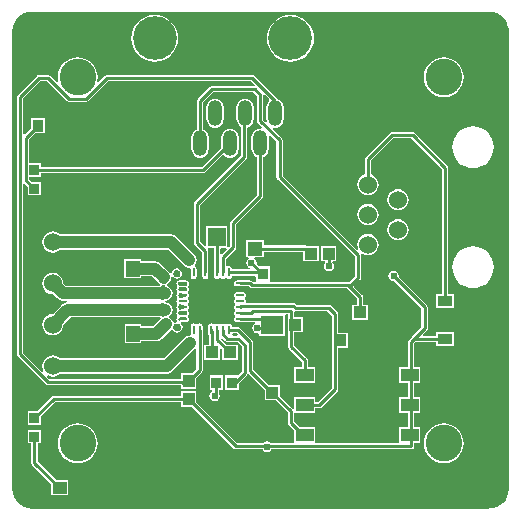
<source format=gtl>
G04 Layer_Physical_Order=1*
G04 Layer_Color=25308*
%FSLAX24Y24*%
%MOIN*%
G70*
G01*
G75*
%ADD10R,0.0453X0.0532*%
%ADD11R,0.0472X0.0472*%
%ADD12R,0.0591X0.0630*%
%ADD13R,0.0335X0.0374*%
%ADD14R,0.0413X0.0394*%
%ADD15R,0.0591X0.0433*%
%ADD16R,0.0591X0.0433*%
%ADD17R,0.0591X0.0433*%
%ADD18R,0.0394X0.0413*%
%ADD19R,0.0480X0.0358*%
%ADD20O,0.0098X0.0315*%
%ADD21O,0.0315X0.0098*%
%ADD22R,0.1457X0.1457*%
%ADD23R,0.0748X0.0610*%
%ADD24R,0.0354X0.0413*%
%ADD25R,0.0335X0.0335*%
%ADD26R,0.0453X0.0413*%
%ADD27C,0.0098*%
%ADD28C,0.0118*%
%ADD29C,0.0472*%
%ADD30C,0.0197*%
%ADD31C,0.0394*%
G04:AMPARAMS|DCode=32|XSize=27.6mil|YSize=114.2mil|CornerRadius=6.9mil|HoleSize=0mil|Usage=FLASHONLY|Rotation=0.000|XOffset=0mil|YOffset=0mil|HoleType=Round|Shape=RoundedRectangle|*
%AMROUNDEDRECTD32*
21,1,0.0276,0.1004,0,0,0.0*
21,1,0.0138,0.1142,0,0,0.0*
1,1,0.0138,0.0069,-0.0502*
1,1,0.0138,-0.0069,-0.0502*
1,1,0.0138,-0.0069,0.0502*
1,1,0.0138,0.0069,0.0502*
%
%ADD32ROUNDEDRECTD32*%
%ADD33C,0.1457*%
%ADD34O,0.0472X0.0866*%
%ADD35C,0.0600*%
%ADD36C,0.0240*%
%ADD37C,0.1220*%
%ADD38C,0.0236*%
%ADD39C,0.0197*%
G36*
X25807Y26453D02*
X25931Y26441D01*
X26050Y26405D01*
X26160Y26346D01*
X26257Y26267D01*
X26336Y26170D01*
X26395Y26060D01*
X26431Y25941D01*
X26438Y25867D01*
X26438Y25865D01*
X26435Y25817D01*
X26436Y25816D01*
X26444Y25770D01*
Y10532D01*
X26443D01*
X26431Y10407D01*
X26395Y10288D01*
X26336Y10178D01*
X26257Y10082D01*
X26160Y10003D01*
X26050Y9944D01*
X25931Y9908D01*
X25857Y9900D01*
X25855Y9901D01*
X25807Y9903D01*
X25806Y9903D01*
X25760Y9895D01*
X10532D01*
Y9895D01*
X10407Y9908D01*
X10288Y9944D01*
X10178Y10003D01*
X10082Y10082D01*
X10003Y10178D01*
X9944Y10288D01*
X9908Y10407D01*
X9905Y10433D01*
X9903Y10482D01*
X9895Y10529D01*
Y10529D01*
Y25817D01*
X9895D01*
X9908Y25941D01*
X9944Y26060D01*
X10003Y26170D01*
X10082Y26267D01*
X10178Y26346D01*
X10288Y26405D01*
X10407Y26441D01*
X10433Y26443D01*
X10482Y26445D01*
X10482D01*
X10529Y26453D01*
X10529D01*
X25807D01*
Y26453D01*
D02*
G37*
%LPC*%
G36*
X25246Y18635D02*
X25111Y18622D01*
X24980Y18582D01*
X24860Y18518D01*
X24755Y18432D01*
X24669Y18327D01*
X24605Y18207D01*
X24565Y18076D01*
X24552Y17941D01*
X24565Y17806D01*
X24605Y17675D01*
X24669Y17555D01*
X24755Y17450D01*
X24860Y17364D01*
X24980Y17300D01*
X25111Y17260D01*
X25246Y17247D01*
X25382Y17260D01*
X25512Y17300D01*
X25632Y17364D01*
X25737Y17450D01*
X25823Y17555D01*
X25887Y17675D01*
X25927Y17806D01*
X25940Y17941D01*
X25927Y18076D01*
X25887Y18207D01*
X25823Y18327D01*
X25737Y18432D01*
X25632Y18518D01*
X25512Y18582D01*
X25382Y18622D01*
X25246Y18635D01*
D02*
G37*
G36*
X23233Y22450D02*
X23228Y22449D01*
X22539D01*
X22500Y22441D01*
X22467Y22419D01*
X21674Y21626D01*
X21651Y21592D01*
X21650Y21586D01*
X21644Y21553D01*
Y21031D01*
X21569Y21000D01*
X21496Y20943D01*
X21439Y20870D01*
X21404Y20785D01*
X21392Y20693D01*
X21404Y20601D01*
X21439Y20516D01*
X21496Y20442D01*
X21569Y20386D01*
X21654Y20351D01*
X21746Y20339D01*
X21838Y20351D01*
X21923Y20386D01*
X21997Y20442D01*
X22053Y20516D01*
X22088Y20601D01*
X22100Y20693D01*
X22088Y20785D01*
X22053Y20870D01*
X21997Y20943D01*
X21923Y21000D01*
X21848Y21031D01*
Y21511D01*
X22582Y22244D01*
X23192D01*
X24219Y21217D01*
Y17057D01*
X24030D01*
Y16596D01*
X24612D01*
Y17057D01*
X24423D01*
Y21260D01*
X24415Y21299D01*
X24393Y21332D01*
X23306Y22420D01*
X23306Y22420D01*
X23272Y22442D01*
X23233Y22450D01*
D02*
G37*
G36*
X11240Y19134D02*
X11148Y19122D01*
X11063Y19086D01*
X10990Y19030D01*
X10933Y18957D01*
X10898Y18871D01*
X10886Y18780D01*
X10898Y18688D01*
X10933Y18602D01*
X10990Y18529D01*
X11063Y18473D01*
X11148Y18437D01*
X11240Y18425D01*
X11332Y18437D01*
X11417Y18473D01*
X11487Y18527D01*
X15082D01*
X15609Y18000D01*
X15691Y17945D01*
X15787Y17926D01*
X15795Y17928D01*
X15835Y17885D01*
X15833Y17874D01*
Y17657D01*
X15840Y17618D01*
X15863Y17585D01*
X15896Y17563D01*
X15935Y17555D01*
X15974Y17563D01*
X16007Y17585D01*
X16030Y17618D01*
X16037Y17657D01*
Y17874D01*
X16030Y17913D01*
X16007Y17946D01*
X15991Y17957D01*
X15987Y17965D01*
X15978Y18009D01*
X15979Y18019D01*
X16021Y18082D01*
X16040Y18179D01*
X16021Y18276D01*
X15966Y18358D01*
X15366Y18958D01*
X15284Y19013D01*
X15187Y19032D01*
X11487D01*
X11417Y19086D01*
X11332Y19122D01*
X11240Y19134D01*
D02*
G37*
G36*
X14185Y18201D02*
X13630D01*
Y17567D01*
X14185D01*
Y17631D01*
X14551D01*
X14762Y17420D01*
X14822Y17380D01*
X14807Y17330D01*
X11670D01*
X11594Y17406D01*
X11582Y17493D01*
X11547Y17579D01*
X11491Y17652D01*
X11417Y17708D01*
X11332Y17744D01*
X11240Y17756D01*
X11148Y17744D01*
X11063Y17708D01*
X10990Y17652D01*
X10933Y17579D01*
X10898Y17493D01*
X10886Y17402D01*
X10898Y17310D01*
X10933Y17224D01*
X10990Y17151D01*
X11063Y17095D01*
X11148Y17059D01*
X11236Y17048D01*
X11386Y16898D01*
X11468Y16843D01*
X11565Y16824D01*
X11714D01*
X11719Y16774D01*
X11645Y16759D01*
X11563Y16704D01*
X11514Y16655D01*
X11514Y16655D01*
X11236Y16377D01*
X11148Y16366D01*
X11063Y16330D01*
X10990Y16274D01*
X10933Y16201D01*
X10898Y16115D01*
X10886Y16024D01*
X10898Y15932D01*
X10933Y15847D01*
X10990Y15773D01*
X11063Y15717D01*
X11148Y15681D01*
X11240Y15669D01*
X11332Y15681D01*
X11417Y15717D01*
X11491Y15773D01*
X11547Y15847D01*
X11582Y15932D01*
X11594Y16020D01*
X11847Y16273D01*
X14831D01*
X14847Y16223D01*
X14831Y16212D01*
X14590Y15971D01*
X14195D01*
Y16035D01*
X13640D01*
Y15402D01*
X14195D01*
Y15466D01*
X14695D01*
X14792Y15485D01*
X14874Y15540D01*
X15187Y15853D01*
X15191Y15854D01*
X15245Y15849D01*
X15270Y15812D01*
X15327Y15774D01*
X15394Y15760D01*
X15461Y15774D01*
X15517Y15812D01*
X15555Y15868D01*
X15568Y15935D01*
X15555Y16002D01*
X15517Y16059D01*
X15503Y16068D01*
X15518Y16118D01*
X15679D01*
X15718Y16126D01*
X15752Y16148D01*
X15774Y16181D01*
X15781Y16220D01*
X15774Y16260D01*
X15752Y16293D01*
Y16345D01*
X15774Y16378D01*
X15781Y16417D01*
X15774Y16456D01*
X15752Y16490D01*
Y16542D01*
X15774Y16575D01*
X15781Y16614D01*
X15774Y16653D01*
X15752Y16687D01*
Y16739D01*
X15774Y16772D01*
X15781Y16811D01*
X15774Y16850D01*
X15752Y16883D01*
Y16935D01*
X15774Y16969D01*
X15781Y17008D01*
X15774Y17047D01*
X15752Y17080D01*
Y17132D01*
X15774Y17166D01*
X15781Y17205D01*
X15774Y17244D01*
X15752Y17277D01*
Y17329D01*
X15774Y17362D01*
X15781Y17402D01*
X15774Y17441D01*
X15752Y17474D01*
X15718Y17496D01*
X15679Y17504D01*
X15463D01*
X15423Y17496D01*
X15390Y17474D01*
X15368Y17441D01*
X15360Y17402D01*
X15368Y17362D01*
X15390Y17329D01*
Y17277D01*
X15368Y17244D01*
X15360Y17205D01*
X15368Y17166D01*
X15390Y17132D01*
Y17080D01*
X15368Y17047D01*
X15360Y17008D01*
X15368Y16969D01*
X15390Y16935D01*
Y16883D01*
X15368Y16850D01*
X15360Y16811D01*
X15368Y16772D01*
X15390Y16739D01*
Y16687D01*
X15368Y16653D01*
X15360Y16614D01*
X15368Y16575D01*
X15390Y16542D01*
Y16490D01*
X15368Y16456D01*
X15360Y16417D01*
X15368Y16378D01*
X15390Y16345D01*
Y16293D01*
X15368Y16260D01*
X15360Y16220D01*
X15368Y16181D01*
X15383Y16159D01*
X15374Y16120D01*
X15366Y16104D01*
X15327Y16096D01*
X15304Y16081D01*
X15249Y16104D01*
X15243Y16130D01*
X15189Y16212D01*
X15118Y16259D01*
X15112Y16301D01*
X15114Y16317D01*
X15159Y16347D01*
X15214Y16429D01*
X15233Y16526D01*
X15214Y16622D01*
X15159Y16704D01*
X15077Y16759D01*
X14994Y16776D01*
Y16827D01*
X15077Y16843D01*
X15159Y16898D01*
X15214Y16980D01*
X15233Y17077D01*
X15214Y17174D01*
X15159Y17256D01*
X15077Y17310D01*
X15048Y17316D01*
X15041Y17348D01*
X15043Y17368D01*
X15120Y17420D01*
X15175Y17502D01*
X15194Y17598D01*
X15195Y17599D01*
X15241Y17617D01*
X15251Y17603D01*
X15307Y17565D01*
X15374Y17552D01*
X15441Y17565D01*
X15497Y17603D01*
X15535Y17660D01*
X15549Y17726D01*
X15535Y17793D01*
X15497Y17850D01*
X15441Y17888D01*
X15374Y17901D01*
X15307Y17888D01*
X15251Y17850D01*
X15213Y17793D01*
X15203Y17743D01*
X15152Y17729D01*
X15120Y17777D01*
X14834Y18063D01*
X14752Y18118D01*
X14656Y18137D01*
X14185D01*
Y18201D01*
D02*
G37*
G36*
X16902Y14333D02*
X16465D01*
Y13856D01*
X16548D01*
X16557Y13806D01*
X16510Y13775D01*
X16473Y13718D01*
X16459Y13652D01*
X16473Y13585D01*
X16510Y13528D01*
X16567Y13490D01*
X16634Y13477D01*
X16701Y13490D01*
X16757Y13528D01*
X16795Y13585D01*
X16808Y13652D01*
X16795Y13718D01*
X16785Y13733D01*
Y13856D01*
X16902D01*
Y14333D01*
D02*
G37*
G36*
X12067Y12732D02*
X11937Y12719D01*
X11813Y12681D01*
X11698Y12620D01*
X11597Y12537D01*
X11514Y12436D01*
X11453Y12321D01*
X11415Y12197D01*
X11402Y12067D01*
X11415Y11937D01*
X11453Y11813D01*
X11514Y11698D01*
X11597Y11597D01*
X11698Y11514D01*
X11813Y11453D01*
X11937Y11415D01*
X12067Y11402D01*
X12197Y11415D01*
X12321Y11453D01*
X12436Y11514D01*
X12537Y11597D01*
X12620Y11698D01*
X12681Y11813D01*
X12719Y11937D01*
X12732Y12067D01*
X12719Y12197D01*
X12681Y12321D01*
X12620Y12436D01*
X12537Y12537D01*
X12436Y12620D01*
X12321Y12681D01*
X12197Y12719D01*
X12067Y12732D01*
D02*
G37*
G36*
X10848Y12502D02*
X10411D01*
Y12065D01*
X10528D01*
Y11427D01*
X10534Y11394D01*
X10535Y11388D01*
X10558Y11355D01*
X11189Y10723D01*
Y10333D01*
X11744D01*
Y10848D01*
X11353D01*
X10732Y11470D01*
Y12065D01*
X10848D01*
Y12502D01*
D02*
G37*
G36*
X22598Y17822D02*
X22532Y17809D01*
X22475Y17771D01*
X22437Y17714D01*
X22424Y17648D01*
X22437Y17581D01*
X22475Y17524D01*
X22532Y17486D01*
X22598Y17473D01*
X22623Y17478D01*
X23530Y16572D01*
Y15938D01*
X23199Y15608D01*
X23199Y15608D01*
X23117Y15525D01*
X23094Y15492D01*
X23093Y15485D01*
X23087Y15453D01*
Y14608D01*
X22793D01*
Y14073D01*
X23087D01*
Y13608D01*
X22793D01*
Y13073D01*
X23087D01*
Y12608D01*
X22793D01*
Y12073D01*
X22744Y12071D01*
X20031D01*
X19982Y12073D01*
X19982Y12121D01*
Y12608D01*
X19466D01*
X19276Y12798D01*
Y13029D01*
X19289Y13073D01*
X19326Y13073D01*
X19982D01*
Y13238D01*
X20128D01*
X20161Y13245D01*
X20167Y13246D01*
X20200Y13268D01*
X20732Y13800D01*
X20754Y13833D01*
X20762Y13872D01*
Y15254D01*
X21085D01*
Y15750D01*
X20762D01*
Y16368D01*
X20754Y16407D01*
X20732Y16440D01*
X20505Y16667D01*
X20472Y16689D01*
X20466Y16690D01*
X20433Y16697D01*
X19373D01*
X19354Y16716D01*
X19321Y16738D01*
X19314Y16740D01*
X19281Y16746D01*
X17721D01*
X17688Y16796D01*
X17691Y16811D01*
X17683Y16850D01*
X17661Y16883D01*
Y16935D01*
X17683Y16969D01*
X17691Y17008D01*
X17683Y17047D01*
X17661Y17080D01*
X17628Y17102D01*
X17589Y17110D01*
X17372D01*
X17333Y17102D01*
X17300Y17080D01*
X17277Y17047D01*
X17270Y17008D01*
X17277Y16969D01*
X17300Y16935D01*
Y16883D01*
X17277Y16850D01*
X17270Y16811D01*
X17277Y16772D01*
X17300Y16739D01*
Y16687D01*
X17277Y16653D01*
X17270Y16614D01*
X17277Y16575D01*
X17300Y16542D01*
Y16490D01*
X17277Y16456D01*
X17270Y16417D01*
X17277Y16378D01*
X17300Y16345D01*
Y16293D01*
X17277Y16260D01*
X17270Y16220D01*
X17277Y16181D01*
X17300Y16148D01*
X17333Y16126D01*
X17372Y16118D01*
X17966D01*
X17981Y16068D01*
X17938Y16039D01*
X17900Y15982D01*
X17886Y15915D01*
X17900Y15849D01*
X17938Y15792D01*
X17994Y15754D01*
X18061Y15741D01*
X18079Y15744D01*
X18118Y15713D01*
Y15648D01*
X18968D01*
Y16360D01*
X19013Y16374D01*
X19091D01*
Y16272D01*
X19073D01*
Y15776D01*
X19091D01*
Y15276D01*
X19097Y15243D01*
X19098Y15236D01*
X19121Y15203D01*
X19533Y14790D01*
Y14608D01*
X19289D01*
Y14073D01*
X19982D01*
Y14608D01*
X19738D01*
Y14833D01*
X19732Y14865D01*
X19730Y14872D01*
X19708Y14905D01*
X19295Y15318D01*
Y15776D01*
X19589D01*
Y16272D01*
X19295D01*
Y16448D01*
X19326Y16487D01*
X19343Y16492D01*
X20391D01*
X20557Y16326D01*
Y13914D01*
X20086Y13443D01*
X19982D01*
Y13608D01*
X19289D01*
Y13237D01*
X19265Y13223D01*
X19239Y13218D01*
X18801Y13657D01*
Y14018D01*
X18440D01*
X17927Y14531D01*
Y15443D01*
X17921Y15476D01*
X17919Y15482D01*
X17897Y15515D01*
X17484Y15929D01*
X17451Y15951D01*
X17444Y15952D01*
X17411Y15959D01*
X17219D01*
Y15965D01*
X17211Y16004D01*
X17189Y16037D01*
X17155Y16059D01*
X17116Y16067D01*
X17077Y16059D01*
X17044Y16037D01*
X16992D01*
X16958Y16059D01*
X16919Y16067D01*
X16880Y16059D01*
X16847Y16037D01*
X16795D01*
X16762Y16059D01*
X16722Y16067D01*
X16683Y16059D01*
X16650Y16037D01*
X16598D01*
X16565Y16059D01*
X16526Y16067D01*
X16486Y16059D01*
X16453Y16037D01*
X16431Y16004D01*
X16423Y15965D01*
Y15748D01*
X16431Y15709D01*
X16453Y15676D01*
Y15346D01*
X16297D01*
Y14850D01*
X16813D01*
Y15203D01*
X16862Y15224D01*
X16888Y15203D01*
Y14850D01*
X17404D01*
Y15346D01*
X17042D01*
X16853Y15536D01*
X16856Y15547D01*
X16910Y15563D01*
X16985Y15489D01*
X17018Y15466D01*
X17057Y15459D01*
X17389D01*
X17535Y15312D01*
Y14452D01*
X17416Y14333D01*
X16996D01*
Y13856D01*
X17433D01*
Y14060D01*
X17710Y14337D01*
X17730Y14367D01*
X17735Y14371D01*
X17752Y14379D01*
X17786Y14382D01*
X18305Y13863D01*
Y13502D01*
X18666D01*
X19071Y13097D01*
Y12756D01*
X19077Y12723D01*
X19079Y12717D01*
X19101Y12684D01*
X19289Y12495D01*
Y12121D01*
X19289Y12073D01*
X19240Y12071D01*
X19240D01*
X18517D01*
X18509Y12082D01*
X18453Y12120D01*
X18386Y12133D01*
X18319Y12120D01*
X18262Y12082D01*
X18255Y12071D01*
X17395D01*
X16016Y13450D01*
Y13811D01*
X15520D01*
Y13656D01*
X11270D01*
X11237Y13649D01*
X11231Y13648D01*
X11197Y13626D01*
X10704Y13132D01*
X10411D01*
Y12695D01*
X10848D01*
Y12987D01*
X11312Y13451D01*
X15520D01*
Y13295D01*
X15881D01*
X17280Y11896D01*
X17313Y11874D01*
X17352Y11866D01*
X18242D01*
X18262Y11835D01*
X18319Y11797D01*
X18386Y11784D01*
X18453Y11797D01*
X18509Y11835D01*
X18530Y11866D01*
X23189D01*
X23228Y11874D01*
X23261Y11896D01*
X23284Y11929D01*
X23291Y11968D01*
Y12073D01*
X23486D01*
Y12608D01*
X23291D01*
Y13073D01*
X23486D01*
Y13608D01*
X23291D01*
Y14073D01*
X23486D01*
Y14608D01*
X23291D01*
Y15410D01*
X23314Y15433D01*
X24030D01*
Y15305D01*
X24612D01*
Y15766D01*
X24030D01*
Y15638D01*
X23584D01*
X23565Y15684D01*
X23718Y15837D01*
X23740Y15870D01*
X23748Y15909D01*
X23740Y15949D01*
X23734Y15958D01*
Y16614D01*
X23728Y16647D01*
X23726Y16653D01*
X23704Y16687D01*
X22768Y17623D01*
X22773Y17648D01*
X22760Y17714D01*
X22722Y17771D01*
X22665Y17809D01*
X22598Y17822D01*
D02*
G37*
G36*
X24272Y12732D02*
X24142Y12719D01*
X24017Y12681D01*
X23902Y12620D01*
X23802Y12537D01*
X23719Y12436D01*
X23658Y12321D01*
X23620Y12197D01*
X23607Y12067D01*
X23620Y11937D01*
X23658Y11813D01*
X23719Y11698D01*
X23802Y11597D01*
X23902Y11514D01*
X24017Y11453D01*
X24142Y11415D01*
X24272Y11402D01*
X24401Y11415D01*
X24526Y11453D01*
X24641Y11514D01*
X24742Y11597D01*
X24824Y11698D01*
X24886Y11813D01*
X24924Y11937D01*
X24936Y12067D01*
X24924Y12197D01*
X24886Y12321D01*
X24824Y12436D01*
X24742Y12537D01*
X24641Y12620D01*
X24526Y12681D01*
X24401Y12719D01*
X24272Y12732D01*
D02*
G37*
G36*
X16650Y23560D02*
X16575Y23550D01*
X16505Y23521D01*
X16445Y23475D01*
X16399Y23415D01*
X16370Y23345D01*
X16360Y23270D01*
Y22876D01*
X16370Y22801D01*
X16399Y22731D01*
X16445Y22671D01*
X16505Y22625D01*
X16575Y22596D01*
X16650Y22586D01*
X16725Y22596D01*
X16795Y22625D01*
X16855Y22671D01*
X16901Y22731D01*
X16930Y22801D01*
X16939Y22876D01*
Y23270D01*
X16930Y23345D01*
X16901Y23415D01*
X16855Y23475D01*
X16795Y23521D01*
X16725Y23550D01*
X16650Y23560D01*
D02*
G37*
G36*
X21746Y20047D02*
X21654Y20035D01*
X21569Y20000D01*
X21496Y19943D01*
X21439Y19870D01*
X21404Y19785D01*
X21392Y19693D01*
X21404Y19601D01*
X21439Y19516D01*
X21496Y19442D01*
X21569Y19386D01*
X21654Y19351D01*
X21746Y19339D01*
X21838Y19351D01*
X21923Y19386D01*
X21997Y19442D01*
X22053Y19516D01*
X22088Y19601D01*
X22100Y19693D01*
X22088Y19785D01*
X22053Y19870D01*
X21997Y19943D01*
X21923Y20000D01*
X21838Y20035D01*
X21746Y20047D01*
D02*
G37*
G36*
X25246Y22635D02*
X25111Y22622D01*
X24980Y22582D01*
X24860Y22518D01*
X24755Y22432D01*
X24669Y22327D01*
X24605Y22207D01*
X24565Y22076D01*
X24552Y21941D01*
X24565Y21806D01*
X24605Y21675D01*
X24669Y21555D01*
X24755Y21450D01*
X24860Y21364D01*
X24980Y21300D01*
X25111Y21260D01*
X25246Y21247D01*
X25382Y21260D01*
X25512Y21300D01*
X25632Y21364D01*
X25737Y21450D01*
X25823Y21555D01*
X25887Y21675D01*
X25927Y21806D01*
X25940Y21941D01*
X25927Y22076D01*
X25887Y22207D01*
X25823Y22327D01*
X25737Y22432D01*
X25632Y22518D01*
X25512Y22582D01*
X25382Y22622D01*
X25246Y22635D01*
D02*
G37*
G36*
X22746Y20543D02*
X22654Y20531D01*
X22569Y20496D01*
X22496Y20439D01*
X22439Y20366D01*
X22404Y20281D01*
X22392Y20189D01*
X22404Y20097D01*
X22439Y20012D01*
X22496Y19939D01*
X22569Y19882D01*
X22654Y19847D01*
X22746Y19835D01*
X22838Y19847D01*
X22923Y19882D01*
X22997Y19939D01*
X23053Y20012D01*
X23088Y20097D01*
X23100Y20189D01*
X23088Y20281D01*
X23053Y20366D01*
X22997Y20439D01*
X22923Y20496D01*
X22838Y20531D01*
X22746Y20543D01*
D02*
G37*
G36*
Y19543D02*
X22654Y19531D01*
X22569Y19496D01*
X22496Y19439D01*
X22439Y19366D01*
X22404Y19281D01*
X22392Y19189D01*
X22404Y19097D01*
X22439Y19012D01*
X22496Y18939D01*
X22569Y18882D01*
X22654Y18847D01*
X22746Y18835D01*
X22838Y18847D01*
X22923Y18882D01*
X22997Y18939D01*
X23053Y19012D01*
X23088Y19097D01*
X23100Y19189D01*
X23088Y19281D01*
X23053Y19366D01*
X22997Y19439D01*
X22923Y19496D01*
X22838Y19531D01*
X22746Y19543D01*
D02*
G37*
G36*
X14636Y26356D02*
X14483Y26341D01*
X14336Y26297D01*
X14201Y26224D01*
X14082Y26127D01*
X13985Y26008D01*
X13912Y25873D01*
X13868Y25726D01*
X13853Y25573D01*
X13868Y25420D01*
X13912Y25273D01*
X13985Y25138D01*
X14082Y25019D01*
X14201Y24922D01*
X14336Y24849D01*
X14483Y24805D01*
X14636Y24790D01*
X14789Y24805D01*
X14936Y24849D01*
X15071Y24922D01*
X15190Y25019D01*
X15287Y25138D01*
X15359Y25273D01*
X15404Y25420D01*
X15419Y25573D01*
X15404Y25726D01*
X15359Y25873D01*
X15287Y26008D01*
X15190Y26127D01*
X15071Y26224D01*
X14936Y26297D01*
X14789Y26341D01*
X14636Y26356D01*
D02*
G37*
G36*
X19163D02*
X19011Y26341D01*
X18864Y26297D01*
X18728Y26224D01*
X18610Y26127D01*
X18512Y26008D01*
X18440Y25873D01*
X18395Y25726D01*
X18380Y25573D01*
X18395Y25420D01*
X18440Y25273D01*
X18512Y25138D01*
X18610Y25019D01*
X18728Y24922D01*
X18864Y24849D01*
X19011Y24805D01*
X19163Y24790D01*
X19316Y24805D01*
X19463Y24849D01*
X19599Y24922D01*
X19717Y25019D01*
X19815Y25138D01*
X19887Y25273D01*
X19932Y25420D01*
X19947Y25573D01*
X19932Y25726D01*
X19887Y25873D01*
X19815Y26008D01*
X19717Y26127D01*
X19599Y26224D01*
X19463Y26297D01*
X19316Y26341D01*
X19163Y26356D01*
D02*
G37*
G36*
X12067Y24936D02*
X11937Y24924D01*
X11813Y24886D01*
X11698Y24824D01*
X11597Y24742D01*
X11514Y24641D01*
X11453Y24526D01*
X11415Y24401D01*
X11402Y24272D01*
X11415Y24142D01*
X11419Y24127D01*
X11377Y24102D01*
X11154Y24324D01*
X11121Y24347D01*
X11114Y24348D01*
X11082Y24354D01*
X10778D01*
X10738Y24347D01*
X10727Y24339D01*
X10705Y24324D01*
X10075Y23694D01*
X10053Y23661D01*
X10052Y23655D01*
X10045Y23622D01*
Y15049D01*
X10052Y15017D01*
X10053Y15010D01*
X10075Y14977D01*
X11010Y14042D01*
X11032Y14027D01*
X11044Y14020D01*
X11083Y14012D01*
X15518D01*
X15520Y14001D01*
Y13886D01*
X16016D01*
Y14247D01*
X16204Y14435D01*
X16226Y14469D01*
X16234Y14508D01*
Y15856D01*
Y15965D01*
X16226Y16004D01*
X16204Y16037D01*
X16171Y16059D01*
X16132Y16067D01*
X16093Y16059D01*
X16060Y16037D01*
X16007D01*
X15974Y16059D01*
X15935Y16067D01*
X15896Y16059D01*
X15863Y16037D01*
X15840Y16004D01*
X15833Y15965D01*
Y15748D01*
X15840Y15709D01*
X15847Y15700D01*
X15817Y15655D01*
X15807Y15656D01*
X15710Y15637D01*
X15628Y15582D01*
X14944Y14899D01*
X11487D01*
X11417Y14952D01*
X11332Y14988D01*
X11240Y15000D01*
X11148Y14988D01*
X11063Y14952D01*
X10990Y14896D01*
X10933Y14823D01*
X10898Y14737D01*
X10886Y14646D01*
X10898Y14554D01*
X10926Y14486D01*
X10884Y14458D01*
X10250Y15092D01*
Y20706D01*
X10300Y20726D01*
X10402Y20625D01*
Y20333D01*
X10839D01*
Y20770D01*
X10546D01*
X10437Y20879D01*
Y20963D01*
X10848D01*
Y21079D01*
X16258D01*
X16291Y21085D01*
X16297Y21087D01*
X16330Y21109D01*
X16896Y21674D01*
X16945Y21671D01*
X17005Y21625D01*
X17075Y21596D01*
X17150Y21586D01*
X17225Y21596D01*
X17295Y21625D01*
X17355Y21671D01*
X17401Y21731D01*
X17430Y21801D01*
X17439Y21876D01*
Y22270D01*
X17430Y22345D01*
X17401Y22415D01*
X17355Y22475D01*
X17295Y22521D01*
X17225Y22550D01*
X17150Y22560D01*
X17075Y22550D01*
X17005Y22521D01*
X16945Y22475D01*
X16899Y22415D01*
X16870Y22345D01*
X16860Y22270D01*
Y21928D01*
X16215Y21283D01*
X10848D01*
Y21400D01*
X10437D01*
Y22192D01*
X10645Y22400D01*
X10986D01*
Y22915D01*
X10530D01*
Y22574D01*
X10300Y22344D01*
X10250Y22365D01*
Y23580D01*
X10820Y24150D01*
X11039D01*
X11700Y23489D01*
X11722Y23474D01*
X11733Y23466D01*
X11773Y23459D01*
X12361D01*
X12394Y23465D01*
X12400Y23466D01*
X12434Y23489D01*
X13095Y24150D01*
X17851D01*
X17982Y24019D01*
X17978Y24002D01*
X17960Y23970D01*
X16535D01*
X16496Y23963D01*
X16463Y23940D01*
X16077Y23555D01*
X16055Y23521D01*
X16054Y23515D01*
X16047Y23482D01*
Y22538D01*
X16005Y22521D01*
X15945Y22475D01*
X15899Y22415D01*
X15870Y22345D01*
X15860Y22270D01*
Y21876D01*
X15870Y21801D01*
X15899Y21731D01*
X15945Y21671D01*
X16005Y21625D01*
X16075Y21596D01*
X16150Y21586D01*
X16225Y21596D01*
X16295Y21625D01*
X16355Y21671D01*
X16401Y21731D01*
X16430Y21801D01*
X16439Y21876D01*
Y22270D01*
X16430Y22345D01*
X16401Y22415D01*
X16355Y22475D01*
X16295Y22521D01*
X16252Y22538D01*
Y23440D01*
X16578Y23766D01*
X17930D01*
X18047Y23649D01*
Y22815D01*
X18054Y22782D01*
X18055Y22776D01*
X18077Y22743D01*
X18219Y22601D01*
X18196Y22554D01*
X18150Y22560D01*
X18075Y22550D01*
X18005Y22521D01*
X17945Y22475D01*
X17899Y22415D01*
X17870Y22345D01*
X17860Y22270D01*
Y21876D01*
X17870Y21801D01*
X17899Y21731D01*
X17945Y21671D01*
X18005Y21625D01*
X18047Y21607D01*
Y20357D01*
X17182Y19492D01*
X17159Y19458D01*
X17158Y19452D01*
X17152Y19419D01*
Y18645D01*
X17099Y18592D01*
X17076Y18602D01*
X17076Y18602D01*
X17058Y18610D01*
X17054Y18611D01*
X17051Y18612D01*
X17049Y18613D01*
Y18618D01*
Y18618D01*
X17049Y18631D01*
Y18633D01*
Y18633D01*
Y19323D01*
X16356D01*
Y18652D01*
X16306Y18632D01*
X16156Y18783D01*
Y20017D01*
X17690Y21552D01*
X17713Y21585D01*
X17720Y21624D01*
Y22595D01*
X17725Y22596D01*
X17795Y22625D01*
X17855Y22671D01*
X17901Y22731D01*
X17930Y22801D01*
X17939Y22876D01*
Y23270D01*
X17930Y23345D01*
X17901Y23415D01*
X17855Y23475D01*
X17795Y23521D01*
X17725Y23550D01*
X17650Y23560D01*
X17575Y23550D01*
X17505Y23521D01*
X17445Y23475D01*
X17399Y23415D01*
X17370Y23345D01*
X17360Y23270D01*
Y22876D01*
X17370Y22801D01*
X17399Y22731D01*
X17445Y22671D01*
X17505Y22625D01*
X17516Y22620D01*
Y21666D01*
X15981Y20131D01*
X15959Y20098D01*
X15957Y20092D01*
X15951Y20059D01*
Y18740D01*
X15957Y18707D01*
X15959Y18701D01*
X15981Y18668D01*
X16226Y18422D01*
Y17874D01*
Y17766D01*
Y17657D01*
X16234Y17618D01*
X16256Y17585D01*
X16290Y17563D01*
X16329Y17555D01*
X16368Y17563D01*
X16401Y17585D01*
X16423Y17618D01*
X16431Y17657D01*
Y17874D01*
Y18465D01*
X16423Y18504D01*
X16401Y18537D01*
X16398Y18541D01*
X16418Y18591D01*
X16620D01*
Y17874D01*
Y17766D01*
Y17657D01*
X16628Y17618D01*
X16650Y17585D01*
X16683Y17563D01*
X16722Y17555D01*
X16762Y17563D01*
X16795Y17585D01*
X16847D01*
X16880Y17563D01*
X16919Y17555D01*
X16958Y17563D01*
X16992Y17585D01*
X17044D01*
X17077Y17563D01*
X17116Y17555D01*
X17155Y17563D01*
X17189Y17585D01*
X17211Y17618D01*
X17219Y17657D01*
Y17663D01*
X17994D01*
X18030Y17628D01*
Y17488D01*
X17993Y17455D01*
X17916D01*
X17897Y17474D01*
X17864Y17496D01*
X17857Y17497D01*
X17825Y17504D01*
X17372D01*
X17333Y17496D01*
X17300Y17474D01*
X17277Y17441D01*
X17270Y17402D01*
X17277Y17362D01*
X17300Y17329D01*
X17333Y17307D01*
X17372Y17299D01*
X17782D01*
X17802Y17280D01*
X17835Y17258D01*
X17874Y17250D01*
X21040D01*
X21384Y16906D01*
Y16685D01*
X21228D01*
Y16189D01*
X21744D01*
Y16685D01*
X21589D01*
Y16949D01*
X21581Y16988D01*
X21573Y16999D01*
X21559Y17021D01*
X21295Y17285D01*
Y17335D01*
X21480Y17520D01*
X21502Y17554D01*
X21510Y17593D01*
Y18346D01*
X21505Y18372D01*
X21543Y18403D01*
X21545Y18404D01*
X21569Y18386D01*
X21654Y18351D01*
X21746Y18339D01*
X21838Y18351D01*
X21923Y18386D01*
X21997Y18442D01*
X22053Y18516D01*
X22088Y18601D01*
X22100Y18693D01*
X22088Y18785D01*
X22053Y18870D01*
X21997Y18943D01*
X21923Y19000D01*
X21838Y19035D01*
X21746Y19047D01*
X21654Y19035D01*
X21569Y19000D01*
X21496Y18943D01*
X21439Y18870D01*
X21404Y18785D01*
X21392Y18693D01*
X21404Y18601D01*
X21429Y18540D01*
X21387Y18512D01*
X18902Y20997D01*
Y22165D01*
X18895Y22198D01*
X18894Y22205D01*
X18872Y22238D01*
X18560Y22550D01*
X18565Y22566D01*
X18585Y22595D01*
X18650Y22586D01*
X18725Y22596D01*
X18795Y22625D01*
X18855Y22671D01*
X18901Y22731D01*
X18930Y22801D01*
X18939Y22876D01*
Y23270D01*
X18930Y23345D01*
X18901Y23415D01*
X18855Y23475D01*
X18795Y23521D01*
X18738Y23544D01*
X18722Y23568D01*
X17966Y24324D01*
X17933Y24347D01*
X17926Y24348D01*
X17894Y24354D01*
X13052D01*
X13013Y24347D01*
X13002Y24339D01*
X12980Y24324D01*
X12757Y24102D01*
X12714Y24127D01*
X12719Y24142D01*
X12732Y24272D01*
X12719Y24401D01*
X12681Y24526D01*
X12620Y24641D01*
X12537Y24742D01*
X12436Y24824D01*
X12321Y24886D01*
X12197Y24924D01*
X12067Y24936D01*
D02*
G37*
G36*
X24272D02*
X24142Y24924D01*
X24017Y24886D01*
X23902Y24824D01*
X23802Y24742D01*
X23719Y24641D01*
X23658Y24526D01*
X23620Y24401D01*
X23607Y24272D01*
X23620Y24142D01*
X23658Y24017D01*
X23719Y23902D01*
X23802Y23802D01*
X23902Y23719D01*
X24017Y23658D01*
X24142Y23620D01*
X24272Y23607D01*
X24401Y23620D01*
X24526Y23658D01*
X24641Y23719D01*
X24742Y23802D01*
X24824Y23902D01*
X24886Y24017D01*
X24924Y24142D01*
X24936Y24272D01*
X24924Y24401D01*
X24886Y24526D01*
X24824Y24641D01*
X24742Y24742D01*
X24641Y24824D01*
X24526Y24886D01*
X24401Y24924D01*
X24272Y24936D01*
D02*
G37*
%LPD*%
G36*
X15705Y16262D02*
X15705Y16262D01*
X15725Y16219D01*
X15722Y16203D01*
X15712Y16188D01*
X15697Y16178D01*
X15674Y16174D01*
X15518D01*
X15505Y16168D01*
X15492Y16167D01*
X15487Y16160D01*
X15486Y16160D01*
X15458Y16164D01*
X15436Y16174D01*
X15418Y16222D01*
X15436Y16262D01*
X15479Y16283D01*
X15663D01*
X15705Y16262D01*
D02*
G37*
G36*
X15400Y16065D02*
X15450Y16052D01*
X15453Y16049D01*
X15454Y16042D01*
X15464Y16033D01*
X15472Y16022D01*
X15477Y16019D01*
X15503Y15980D01*
X15512Y15935D01*
X15503Y15890D01*
X15477Y15852D01*
X15439Y15826D01*
X15394Y15817D01*
X15349Y15826D01*
X15310Y15852D01*
X15291Y15880D01*
X15289Y15882D01*
X15288Y15884D01*
X15274Y15892D01*
X15271Y15894D01*
X15252Y15923D01*
X15248Y15947D01*
X15247Y15955D01*
X15254Y15988D01*
X15265Y16004D01*
X15268Y16007D01*
X15309Y16030D01*
X15315Y16030D01*
X15325Y16030D01*
X15329Y16034D01*
X15335Y16035D01*
X15347Y16043D01*
X15353Y16045D01*
X15377Y16050D01*
X15379Y16051D01*
X15381Y16051D01*
X15396Y16063D01*
X15400Y16065D01*
X15400Y16065D01*
D02*
G37*
G36*
X15064Y16249D02*
X15075Y16232D01*
X15086Y16214D01*
X15087Y16214D01*
X15087Y16213D01*
X15149Y16172D01*
X15191Y16109D01*
X15194Y16093D01*
X15197Y16089D01*
Y16083D01*
X15207Y16073D01*
X15089Y15955D01*
X14793D01*
Y16096D01*
X14866Y16169D01*
X14877Y16177D01*
X14885Y16188D01*
X14895Y16197D01*
X14896Y16205D01*
X14901Y16212D01*
X14937Y16250D01*
X15017D01*
X15064Y16249D01*
D02*
G37*
G36*
X18464Y23537D02*
X18461Y23487D01*
X18445Y23475D01*
X18399Y23415D01*
X18370Y23345D01*
X18360Y23270D01*
Y22876D01*
X18368Y22812D01*
X18339Y22791D01*
X18323Y22786D01*
X18252Y22857D01*
Y23678D01*
X18283Y23697D01*
X18301Y23700D01*
X18464Y23537D01*
D02*
G37*
G36*
X16030Y15209D02*
Y14550D01*
X15881Y14402D01*
X15520D01*
Y14217D01*
X11125D01*
X11052Y14289D01*
X11081Y14332D01*
X11148Y14304D01*
X11240Y14291D01*
X11332Y14304D01*
X11417Y14339D01*
X11487Y14393D01*
X15049D01*
X15146Y14412D01*
X15228Y14467D01*
X15980Y15218D01*
X16030Y15209D01*
D02*
G37*
G36*
X17410Y15713D02*
X17389Y15663D01*
X17240D01*
X17213Y15706D01*
X17213Y15706D01*
X17240Y15754D01*
X17369D01*
X17410Y15713D01*
D02*
G37*
G36*
X14945Y16761D02*
X14948Y16745D01*
X14953Y16742D01*
X14955Y16737D01*
X14970Y16730D01*
X14984Y16721D01*
X15055Y16707D01*
X15119Y16664D01*
X15162Y16601D01*
X15177Y16526D01*
X15162Y16450D01*
X15124Y16393D01*
X15113Y16382D01*
X15083Y16363D01*
X15082Y16361D01*
X15081Y16361D01*
X15071Y16344D01*
X15064Y16333D01*
X15035Y16305D01*
X15018Y16305D01*
X15017Y16305D01*
X15017Y16305D01*
X14937D01*
X14937Y16305D01*
X14936Y16305D01*
X14917Y16297D01*
X14899Y16289D01*
X14884D01*
X14876Y16299D01*
X14871Y16312D01*
X14863Y16315D01*
X14862Y16316D01*
Y16762D01*
X14945D01*
X14945Y16761D01*
D02*
G37*
G36*
X15137Y17599D02*
X15122Y17523D01*
X15080Y17460D01*
X15012Y17414D01*
X15010Y17411D01*
X15007Y17410D01*
X14999Y17394D01*
X14993Y17386D01*
X14988Y17388D01*
X14878D01*
X14876Y17390D01*
X14872Y17397D01*
X14871Y17406D01*
X14860Y17414D01*
X14853Y17426D01*
X14797Y17463D01*
X14783Y17477D01*
Y17657D01*
X15079D01*
X15137Y17599D01*
D02*
G37*
G36*
X15697Y17444D02*
X15712Y17434D01*
X15722Y17419D01*
X15725Y17402D01*
X15722Y17384D01*
X15705Y17360D01*
X15702Y17344D01*
X15696Y17329D01*
Y17323D01*
X15454Y17321D01*
X15446Y17329D01*
X15439Y17344D01*
X15436Y17360D01*
X15420Y17384D01*
X15417Y17402D01*
X15420Y17419D01*
X15430Y17434D01*
X15445Y17444D01*
X15468Y17449D01*
X15674D01*
X15697Y17444D01*
D02*
G37*
G36*
X15419Y17836D02*
X15458Y17810D01*
X15483Y17772D01*
X15492Y17726D01*
X15483Y17681D01*
X15458Y17643D01*
X15419Y17617D01*
X15374Y17608D01*
X15329Y17617D01*
X15290Y17643D01*
X15287Y17648D01*
X15274Y17657D01*
X15265Y17666D01*
X15262Y17671D01*
X15251Y17709D01*
X15251Y17711D01*
X15251Y17719D01*
X15252Y17725D01*
X15257Y17732D01*
X15265Y17772D01*
X15290Y17810D01*
X15329Y17836D01*
X15374Y17845D01*
X15419Y17836D01*
D02*
G37*
G36*
X17006Y18591D02*
X17006D01*
X17009Y18591D01*
X17022Y18591D01*
X17022D01*
X17027D01*
X17027Y18589D01*
X17029Y18586D01*
X17030Y18582D01*
X17038Y18564D01*
Y18564D01*
X17047Y18541D01*
X16875Y18368D01*
X16825Y18389D01*
Y18555D01*
X16860Y18591D01*
X17006D01*
D02*
G37*
G36*
X18697Y22123D02*
Y20955D01*
X18703Y20922D01*
X18705Y20916D01*
X18727Y20882D01*
X21305Y18304D01*
Y17635D01*
X21125Y17455D01*
X18503D01*
X18467Y17488D01*
Y17965D01*
X18125D01*
X18034Y18056D01*
X18039Y18081D01*
X18025Y18148D01*
X17988Y18204D01*
X17956Y18226D01*
X17971Y18276D01*
X18270D01*
Y18461D01*
X19585D01*
Y18148D01*
X20100D01*
Y18644D01*
X19735D01*
X19714Y18658D01*
X19708Y18659D01*
X19675Y18665D01*
X18270D01*
Y18850D01*
X17695D01*
Y18276D01*
X17758D01*
X17773Y18226D01*
X17741Y18204D01*
X17703Y18148D01*
X17690Y18081D01*
X17703Y18014D01*
X17741Y17957D01*
X17797Y17919D01*
X17804Y17918D01*
X17799Y17868D01*
X17219D01*
Y17874D01*
X17211Y17913D01*
X17189Y17946D01*
X17155Y17969D01*
X17116Y17976D01*
X17077Y17969D01*
X17072Y17965D01*
X17022Y17992D01*
Y18225D01*
X17326Y18530D01*
X17341Y18552D01*
X17349Y18563D01*
X17356Y18602D01*
Y19377D01*
X18222Y20243D01*
X18244Y20276D01*
X18245Y20282D01*
X18252Y20315D01*
Y21607D01*
X18295Y21625D01*
X18355Y21671D01*
X18401Y21731D01*
X18430Y21801D01*
X18439Y21876D01*
Y22270D01*
X18433Y22316D01*
X18481Y22339D01*
X18697Y22123D01*
D02*
G37*
G36*
X15463Y16703D02*
X15689Y16663D01*
Y16565D01*
X15446Y16530D01*
Y16542D01*
X15439Y16557D01*
X15436Y16573D01*
X15420Y16597D01*
X15417Y16614D01*
X15420Y16632D01*
X15436Y16656D01*
X15439Y16672D01*
X15446Y16687D01*
Y16706D01*
X15463Y16703D01*
D02*
G37*
G36*
X15705Y16459D02*
X15722Y16435D01*
X15725Y16417D01*
X15722Y16400D01*
X15705Y16376D01*
X15702Y16360D01*
X15696Y16345D01*
Y16339D01*
X15446D01*
Y16345D01*
X15439Y16360D01*
X15436Y16376D01*
X15420Y16400D01*
X15417Y16417D01*
X15420Y16435D01*
X15436Y16459D01*
X15438Y16467D01*
X15704D01*
X15705Y16459D01*
D02*
G37*
G36*
X14994Y17305D02*
X15000Y17296D01*
X15002Y17285D01*
X15012Y17279D01*
X15018Y17270D01*
X15028Y17268D01*
X15037Y17262D01*
X15055Y17258D01*
X15119Y17216D01*
X15162Y17152D01*
X15177Y17077D01*
X15162Y17002D01*
X15119Y16938D01*
X15055Y16895D01*
X14984Y16881D01*
X14970Y16872D01*
X14955Y16866D01*
X14953Y16861D01*
X14952Y16860D01*
X14852D01*
Y17305D01*
X14860Y17314D01*
X14866Y17333D01*
X14988D01*
X14994Y17305D01*
D02*
G37*
G36*
X15705Y17246D02*
X15705Y17246D01*
X15718Y17199D01*
Y17183D01*
X15705Y17163D01*
X15702Y17147D01*
X15702Y17146D01*
X15480D01*
X15436Y17163D01*
X15417Y17206D01*
X15420Y17222D01*
X15436Y17246D01*
X15454Y17266D01*
X15662Y17267D01*
X15705Y17246D01*
D02*
G37*
G36*
X15679Y17057D02*
Y16959D01*
X15453Y16919D01*
X15446Y16918D01*
Y16935D01*
X15439Y16950D01*
X15436Y16966D01*
X15420Y16990D01*
X15417Y17008D01*
X15420Y17025D01*
X15436Y17049D01*
X15439Y17065D01*
X15446Y17080D01*
Y17090D01*
X15679Y17057D01*
D02*
G37*
%LPC*%
G36*
X20691Y18644D02*
X20175D01*
Y18148D01*
X20307D01*
X20322Y18098D01*
X20319Y18096D01*
X20282Y18039D01*
X20268Y17972D01*
X20282Y17906D01*
X20319Y17849D01*
X20376Y17811D01*
X20443Y17798D01*
X20510Y17811D01*
X20566Y17849D01*
X20604Y17906D01*
X20618Y17972D01*
X20604Y18039D01*
X20566Y18096D01*
X20564Y18098D01*
X20579Y18148D01*
X20691D01*
Y18644D01*
D02*
G37*
%LPD*%
D10*
X13218Y17884D02*
D03*
X13907D02*
D03*
X13228Y15718D02*
D03*
X13917D02*
D03*
D11*
X17982Y19350D02*
D03*
Y18563D02*
D03*
D12*
X16703Y18957D02*
D03*
D13*
X18248Y17726D02*
D03*
X18780D02*
D03*
X17215Y14094D02*
D03*
X16683D02*
D03*
D14*
X21486Y16437D02*
D03*
X22077D02*
D03*
X19331Y16024D02*
D03*
X19921D02*
D03*
X20827Y15502D02*
D03*
X21417D02*
D03*
X19843Y18396D02*
D03*
X20433D02*
D03*
X17146Y15098D02*
D03*
X16555D02*
D03*
D15*
X23140Y13341D02*
D03*
Y12341D02*
D03*
Y14341D02*
D03*
D16*
X19636D02*
D03*
D17*
Y13341D02*
D03*
Y12341D02*
D03*
D18*
X15768Y13553D02*
D03*
Y14144D02*
D03*
X18553Y13169D02*
D03*
Y13760D02*
D03*
D19*
X24321Y15535D02*
D03*
Y16827D02*
D03*
D20*
X15935Y15856D02*
D03*
X16132D02*
D03*
X16329D02*
D03*
X16526D02*
D03*
X16722D02*
D03*
X16919D02*
D03*
X17116D02*
D03*
Y17766D02*
D03*
X16919D02*
D03*
X16722D02*
D03*
X16526D02*
D03*
X16329D02*
D03*
X16132D02*
D03*
X15935D02*
D03*
D21*
X17480Y16220D02*
D03*
Y16417D02*
D03*
Y16614D02*
D03*
Y16811D02*
D03*
Y17008D02*
D03*
Y17205D02*
D03*
Y17402D02*
D03*
X15571D02*
D03*
Y17205D02*
D03*
Y17008D02*
D03*
Y16811D02*
D03*
Y16614D02*
D03*
Y16417D02*
D03*
Y16220D02*
D03*
D22*
X16526Y16811D02*
D03*
D23*
X18543Y16004D02*
D03*
Y14843D02*
D03*
D24*
X11289Y22657D02*
D03*
X10758D02*
D03*
D25*
X10620Y20551D02*
D03*
X10630Y21181D02*
D03*
Y12283D02*
D03*
Y12913D02*
D03*
D26*
X11467Y10591D02*
D03*
X12116D02*
D03*
D27*
X16329Y16614D02*
X16526Y16811D01*
X16329Y15856D02*
Y16614D01*
X16919Y17205D02*
X17480D01*
X16526Y16811D02*
X16919Y17205D01*
X16526Y17244D02*
Y17766D01*
Y16811D02*
Y17244D01*
X17825Y14488D02*
X18553Y13760D01*
X16634Y13652D02*
X16683Y13701D01*
Y14094D01*
X17352Y11968D02*
X23189D01*
X22539Y22346D02*
X23232D01*
X21746Y21553D02*
X22539Y22346D01*
X21746Y20693D02*
Y21553D01*
X21083Y17352D02*
X21167D01*
X17874D02*
X21083D01*
X21486Y16949D01*
Y16437D02*
Y16949D01*
X23189Y11968D02*
Y15453D01*
X23272Y15535D02*
X23646Y15909D01*
X23189Y15453D02*
X23272Y15535D01*
X24321D01*
X24321Y16827D02*
X24321Y16827D01*
X19193Y15276D02*
Y16476D01*
Y15276D02*
X19636Y14833D01*
Y14341D02*
Y14833D01*
X20659Y13872D02*
Y16368D01*
X20128Y13341D02*
X20659Y13872D01*
X19636Y13341D02*
X20128D01*
X19589Y12341D02*
X19636D01*
X19173Y12756D02*
X19589Y12341D01*
X19173Y12756D02*
Y13140D01*
X18553Y13760D02*
X19173Y13140D01*
X23632Y15915D02*
Y16614D01*
X23233Y22347D02*
X24321Y21260D01*
X23232Y22346D02*
X23233Y22347D01*
X24321Y16827D02*
Y21260D01*
X16150Y22073D02*
Y23482D01*
X16535Y23868D01*
X17972D01*
X18150Y23691D01*
Y22815D02*
Y23691D01*
Y22815D02*
X18799Y22165D01*
Y20955D02*
Y22165D01*
X17894Y24252D02*
X18650Y23496D01*
Y23073D02*
Y23496D01*
X18799Y20955D02*
X21407Y18346D01*
X15591Y14114D02*
X15664Y14040D01*
X11083Y14114D02*
X15591D01*
X17254Y19419D02*
X18150Y20315D01*
Y22073D01*
X17618Y23041D02*
X17650Y23073D01*
X17618Y21624D02*
Y23041D01*
X16053Y20059D02*
X17618Y21624D01*
X16053Y18740D02*
Y20059D01*
X22598Y17648D02*
X23632Y16614D01*
X21167Y17352D02*
X21407Y17593D01*
Y18346D01*
X18455Y15915D02*
X18543Y16004D01*
X18061Y15915D02*
X18455D01*
X20433Y18396D02*
X20443Y18386D01*
Y17972D02*
Y18386D01*
X19675Y18563D02*
X19843Y18396D01*
X17982Y18563D02*
X19675D01*
X17116Y17766D02*
X18179D01*
X18218Y17726D01*
X17864Y18081D02*
X18179Y17766D01*
X18218Y17726D02*
X18248D01*
X15768Y13553D02*
X17352Y11968D01*
X15768Y14144D02*
X16132Y14508D01*
Y15856D01*
X16526D02*
X16555Y15827D01*
Y15098D02*
Y15827D01*
X16722Y15522D02*
Y15856D01*
Y15522D02*
X17146Y15098D01*
X17215Y14094D02*
X17323D01*
X17638Y14409D01*
Y15354D01*
X17431Y15561D02*
X17638Y15354D01*
X17057Y15561D02*
X17431D01*
X16919Y15699D02*
X17057Y15561D01*
X16919Y15699D02*
Y15856D01*
X19331Y16594D02*
X20433D01*
X20659Y16368D01*
X17480Y16614D02*
X17510Y16644D01*
X19281D01*
X19331Y16594D01*
X17480Y16417D02*
X17844D01*
X17904Y16476D01*
X19193D01*
X17116Y15856D02*
X17411D01*
X17825Y15443D01*
Y14488D02*
Y15443D01*
X17254Y18602D02*
Y19419D01*
X16919Y18268D02*
X17254Y18602D01*
X16329Y17766D02*
Y18465D01*
X16053Y18740D02*
X16329Y18465D01*
X17480Y17402D02*
X17825D01*
X17874Y17352D01*
X16919Y17766D02*
Y18268D01*
X16703Y18957D02*
X16722Y18937D01*
Y17766D02*
Y18937D01*
X18327Y16220D02*
X18543Y16004D01*
X17480Y16220D02*
X18327D01*
X10148Y15049D02*
X11083Y14114D01*
X10148Y15049D02*
Y23622D01*
X10778Y24252D01*
X11773Y23561D02*
X12361D01*
X13052Y24252D02*
X17894D01*
X10778D02*
X11082D01*
X11773Y23561D01*
X12361D02*
X13052Y24252D01*
X16258Y21181D02*
X17150Y22073D01*
X10630Y21181D02*
X16258D01*
X10335Y20837D02*
X10620Y20551D01*
X10335Y20837D02*
Y22234D01*
X10758Y22657D01*
X11289D02*
X14565D01*
X15150Y22073D01*
X11270Y13553D02*
X15768D01*
X10630Y12913D02*
X11270Y13553D01*
X10630Y11427D02*
Y12283D01*
Y11427D02*
X11467Y10591D01*
X12116D02*
X13996D01*
X15167Y11762D01*
D28*
X16132Y17205D02*
Y17766D01*
Y17205D02*
X16526Y16811D01*
D29*
X13228Y15718D02*
X13228Y15718D01*
X12894Y15718D02*
X13228D01*
X13209Y17874D02*
X13218Y17884D01*
X12835Y17874D02*
X13209D01*
D30*
X15664Y14040D02*
X15768Y14144D01*
D31*
X11240Y14646D02*
X15049D01*
X15807Y15404D01*
X11565Y17077D02*
X14980D01*
X15187Y18780D02*
X15787Y18179D01*
X11240Y18780D02*
X15187D01*
X14656Y17884D02*
X14941Y17598D01*
X13907Y17884D02*
X14656D01*
X14695Y15718D02*
X15010Y16033D01*
X13917Y15718D02*
X14695D01*
X11742Y16526D02*
X14980D01*
X11693Y16476D02*
X11742Y16526D01*
X11693Y16476D02*
Y16476D01*
X11240Y16024D02*
X11693Y16476D01*
X11240Y17402D02*
X11565Y17077D01*
D32*
X15167Y12165D02*
D03*
D33*
X19163Y25573D02*
D03*
X14636D02*
D03*
D34*
X17650Y23073D02*
D03*
X18650D02*
D03*
X16650D02*
D03*
X15650D02*
D03*
X16150Y22073D02*
D03*
X15150D02*
D03*
X17150D02*
D03*
X18150D02*
D03*
D35*
X21746Y20693D02*
D03*
X22746Y21189D02*
D03*
X21746Y19693D02*
D03*
X22746Y20189D02*
D03*
X21746Y18693D02*
D03*
X22746Y19189D02*
D03*
X11240Y18780D02*
D03*
Y17402D02*
D03*
Y16024D02*
D03*
Y14646D02*
D03*
D36*
X15394Y15935D02*
D03*
X15374Y17726D02*
D03*
X18543Y12943D02*
D03*
X16634Y13652D02*
D03*
X18386Y11959D02*
D03*
X12835Y17874D02*
D03*
X12894Y15718D02*
D03*
X18642Y17992D02*
D03*
X18268Y19331D02*
D03*
X22077Y16142D02*
D03*
X21713Y15492D02*
D03*
X19902Y15728D02*
D03*
X18346Y14488D02*
D03*
X22598Y17648D02*
D03*
X20443Y17972D02*
D03*
X18061Y15915D02*
D03*
X17864Y18081D02*
D03*
D37*
X24272Y24272D02*
D03*
X12067D02*
D03*
X24272Y12067D02*
D03*
X12067D02*
D03*
D38*
X15167Y11762D02*
D03*
Y12569D02*
D03*
D39*
X16093Y16378D02*
D03*
Y16811D02*
D03*
Y17244D02*
D03*
X16526Y16378D02*
D03*
Y16811D02*
D03*
Y17244D02*
D03*
X16959Y16378D02*
D03*
Y16811D02*
D03*
Y17244D02*
D03*
M02*

</source>
